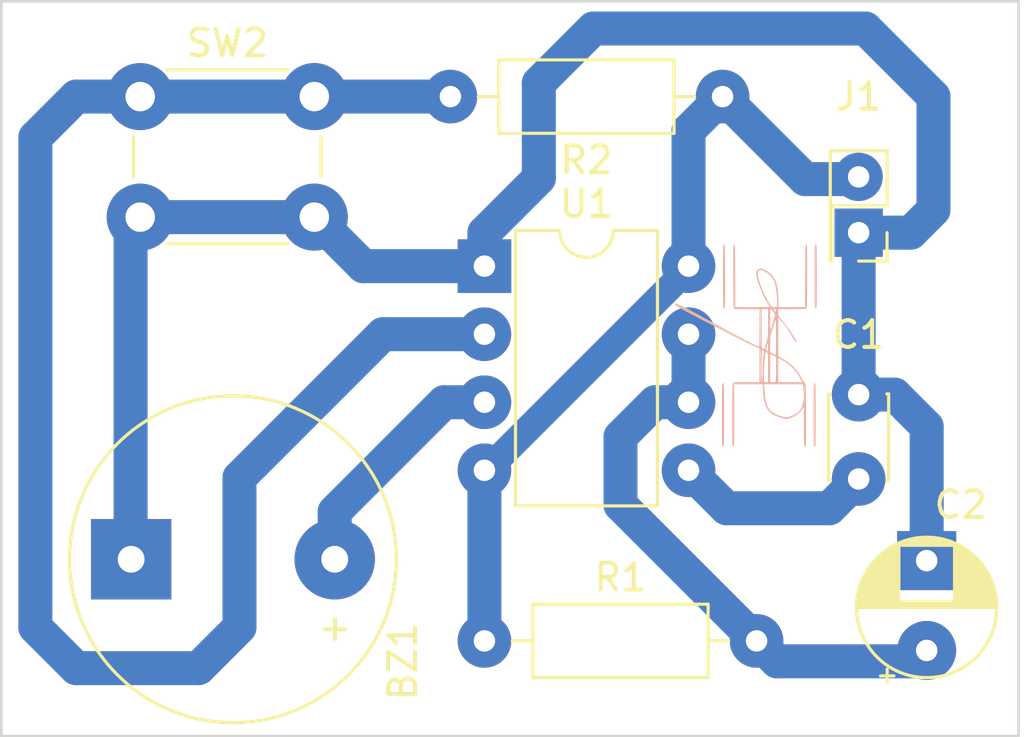
<source format=kicad_pcb>
(kicad_pcb (version 20221018) (generator pcbnew)
  (title_block (title "Acionamento de buzzer 555") (date "2023-12-27") (rev "1.0") (company "IFSP-GRU") (comment 2 "Israel R. Dutra"))
  (layers (0 "F.Cu" signal) (31 "B.Cu" signal) (34 "B.Paste" user) (35 "F.Paste" user) (36 "B.SilkS" user "B.Silkscreen") (37 "F.SilkS" user "F.Silkscreen") (38 "B.Mask" user) (39 "F.Mask" user) (44 "Edge.Cuts" user))
  (net 0 "")
  (net 1 "/3")
  (net 2 "Earth")
  (net 3 "Net-(U1-CV)")
  (net 4 "Net-(U1-DIS)")
  (net 5 "+9V")
  (net 6 "Net-(U1-TR)")
  (footprint "Resistor_THT:R_Axial_DIN0207_L6.3mm_D2.5mm_P10.16mm_Horizontal" (layer "F.Cu") (at 139.7 91.44)
    (fp_text reference "R1" (at 5.08 -2.37) (layer "F.SilkS"))
    (fp_text value "2.2M")
    (fp_line (start 1.04 0) (end 1.81 0) (stroke (width 0.12)) (layer "F.SilkS"))
    (fp_line (start 1.81 -1.37) (end 1.81 1.37) (stroke (width 0.12)) (layer "F.SilkS"))
    (fp_line (start 1.81 1.37) (end 8.35 1.37) (stroke (width 0.12)) (layer "F.SilkS"))
    (fp_line (start 8.35 -1.37) (end 1.81 -1.37) (stroke (width 0.12)) (layer "F.SilkS"))
    (fp_line (start 8.35 1.37) (end 8.35 -1.37) (stroke (width 0.12)) (layer "F.SilkS"))
    (fp_line (start 9.12 0) (end 8.35 0) (stroke (width 0.12)) (layer "F.SilkS"))
    (pad "1" thru_hole circle (at 0 0) (size 2 2) (drill 0.8) (layers "*.Cu" "*.Mask") (net 5 "+9V"))
    (pad "2" thru_hole circle (at 10.16 0) (size 2 2) (drill 0.8) (layers "*.Cu" "*.Mask") (net 4 "Net-(U1-DIS)"))
  )
  (footprint "Connector_PinSocket_2.00mm:PinSocket_2x01_P2.00mm_Vertical" (layer "F.Cu") (at 153.67 76.2 -90)
    (fp_text reference "J1" (at -5.08 0 -180) (layer "F.SilkS"))
    (fp_text value "Conn_01x02")
    (fp_line (start -3.06 -1.06) (end -3.06 1.06) (stroke (width 0.12)) (layer "F.SilkS"))
    (fp_line (start -3.06 -1.06) (end -1 -1.06) (stroke (width 0.12)) (layer "F.SilkS"))
    (fp_line (start -3.06 1.06) (end 1.06 1.06) (stroke (width 0.12)) (layer "F.SilkS"))
    (fp_line (start -1 -1.06) (end -1 1) (stroke (width 0.12)) (layer "F.SilkS"))
    (fp_line (start -1 1) (end 1.06 1) (stroke (width 0.12)) (layer "F.SilkS"))
    (fp_line (start 0 -1.06) (end 1.06 -1.06) (stroke (width 0.12)) (layer "F.SilkS"))
    (fp_line (start 1.06 -1.06) (end 1.06 0) (stroke (width 0.12)) (layer "F.SilkS"))
    (fp_line (start 1.06 1) (end 1.06 1.06) (stroke (width 0.12)) (layer "F.SilkS"))
    (pad "1" thru_hole rect (at 0 0 270) (size 1.8 1.8) (drill 0.8) (layers "*.Cu" "*.Mask") (net 2 "Earth"))
    (pad "2" thru_hole circle (at -2.0828 0 270) (size 1.8 1.8) (drill 0.8) (layers "*.Cu" "*.Mask") (net 5 "+9V"))
  )
  (footprint "Capacitor_THT:CP_Radial_D5.0mm_P2.50mm" (layer "F.Cu") (at 156.21 91.44 90)
    (fp_text reference "C2" (at 5.08 1.27 180) (layer "F.SilkS"))
    (fp_text value "4.7uF")
    (fp_line (start -1.554775 -1.475) (end -1.054775 -1.475) (stroke (width 0.12)) (layer "F.SilkS"))
    (fp_line (start -1.304775 -1.725) (end -1.304775 -1.225) (stroke (width 0.12)) (layer "F.SilkS"))
    (fp_line (start 1.25 -2.58) (end 1.25 2.58) (stroke (width 0.12)) (layer "F.SilkS"))
    (fp_line (start 1.29 -2.58) (end 1.29 2.58) (stroke (width 0.12)) (layer "F.SilkS"))
    (fp_line (start 1.33 -2.579) (end 1.33 2.579) (stroke (width 0.12)) (layer "F.SilkS"))
    (fp_line (start 1.37 -2.578) (end 1.37 2.578) (stroke (width 0.12)) (layer "F.SilkS"))
    (fp_line (start 1.41 -2.576) (end 1.41 2.576) (stroke (width 0.12)) (layer "F.SilkS"))
    (fp_line (start 1.45 -2.573) (end 1.45 2.573) (stroke (width 0.12)) (layer "F.SilkS"))
    (fp_line (start 1.49 -2.569) (end 1.49 -1.04) (stroke (width 0.12)) (layer "F.SilkS"))
    (fp_line (start 1.49 1.04) (end 1.49 2.569) (stroke (width 0.12)) (layer "F.SilkS"))
    (fp_line (start 1.53 -2.565) (end 1.53 -1.04) (stroke (width 0.12)) (layer "F.SilkS"))
    (fp_line (start 1.53 1.04) (end 1.53 2.565) (stroke (width 0.12)) (layer "F.SilkS"))
    (fp_line (start 1.57 -2.561) (end 1.57 -1.04) (stroke (width 0.12)) (layer "F.SilkS"))
    (fp_line (start 1.57 1.04) (end 1.57 2.561) (stroke (width 0.12)) (layer "F.SilkS"))
    (fp_line (start 1.61 -2.556) (end 1.61 -1.04) (stroke (width 0.12)) (layer "F.SilkS"))
    (fp_line (start 1.61 1.04) (end 1.61 2.556) (stroke (width 0.12)) (layer "F.SilkS"))
    (fp_line (start 1.65 -2.55) (end 1.65 -1.04) (stroke (width 0.12)) (layer "F.SilkS"))
    (fp_line (start 1.65 1.04) (end 1.65 2.55) (stroke (width 0.12)) (layer "F.SilkS"))
    (fp_line (start 1.69 -2.543) (end 1.69 -1.04) (stroke (width 0.12)) (layer "F.SilkS"))
    (fp_line (start 1.69 1.04) (end 1.69 2.543) (stroke (width 0.12)) (layer "F.SilkS"))
    (fp_line (start 1.73 -2.536) (end 1.73 -1.04) (stroke (width 0.12)) (layer "F.SilkS"))
    (fp_line (start 1.73 1.04) (end 1.73 2.536) (stroke (width 0.12)) (layer "F.SilkS"))
    (fp_line (start 1.77 -2.528) (end 1.77 -1.04) (stroke (width 0.12)) (layer "F.SilkS"))
    (fp_line (start 1.77 1.04) (end 1.77 2.528) (stroke (width 0.12)) (layer "F.SilkS"))
    (fp_line (start 1.81 -2.52) (end 1.81 -1.04) (stroke (width 0.12)) (layer "F.SilkS"))
    (fp_line (start 1.81 1.04) (end 1.81 2.52) (stroke (width 0.12)) (layer "F.SilkS"))
    (fp_line (start 1.85 -2.511) (end 1.85 -1.04) (stroke (width 0.12)) (layer "F.SilkS"))
    (fp_line (start 1.85 1.04) (end 1.85 2.511) (stroke (width 0.12)) (layer "F.SilkS"))
    (fp_line (start 1.89 -2.501) (end 1.89 -1.04) (stroke (width 0.12)) (layer "F.SilkS"))
    (fp_line (start 1.89 1.04) (end 1.89 2.501) (stroke (width 0.12)) (layer "F.SilkS"))
    (fp_line (start 1.93 -2.491) (end 1.93 -1.04) (stroke (width 0.12)) (layer "F.SilkS"))
    (fp_line (start 1.93 1.04) (end 1.93 2.491) (stroke (width 0.12)) (layer "F.SilkS"))
    (fp_line (start 1.971 -2.48) (end 1.971 -1.04) (stroke (width 0.12)) (layer "F.SilkS"))
    (fp_line (start 1.971 1.04) (end 1.971 2.48) (stroke (width 0.12)) (layer "F.SilkS"))
    (fp_line (start 2.011 -2.468) (end 2.011 -1.04) (stroke (width 0.12)) (layer "F.SilkS"))
    (fp_line (start 2.011 1.04) (end 2.011 2.468) (stroke (width 0.12)) (layer "F.SilkS"))
    (fp_line (start 2.051 -2.455) (end 2.051 -1.04) (stroke (width 0.12)) (layer "F.SilkS"))
    (fp_line (start 2.051 1.04) (end 2.051 2.455) (stroke (width 0.12)) (layer "F.SilkS"))
    (fp_line (start 2.091 -2.442) (end 2.091 -1.04) (stroke (width 0.12)) (layer "F.SilkS"))
    (fp_line (start 2.091 1.04) (end 2.091 2.442) (stroke (width 0.12)) (layer "F.SilkS"))
    (fp_line (start 2.131 -2.428) (end 2.131 -1.04) (stroke (width 0.12)) (layer "F.SilkS"))
    (fp_line (start 2.131 1.04) (end 2.131 2.428) (stroke (width 0.12)) (layer "F.SilkS"))
    (fp_line (start 2.171 -2.414) (end 2.171 -1.04) (stroke (width 0.12)) (layer "F.SilkS"))
    (fp_line (start 2.171 1.04) (end 2.171 2.414) (stroke (width 0.12)) (layer "F.SilkS"))
    (fp_line (start 2.211 -2.398) (end 2.211 -1.04) (stroke (width 0.12)) (layer "F.SilkS"))
    (fp_line (start 2.211 1.04) (end 2.211 2.398) (stroke (width 0.12)) (layer "F.SilkS"))
    (fp_line (start 2.251 -2.382) (end 2.251 -1.04) (stroke (width 0.12)) (layer "F.SilkS"))
    (fp_line (start 2.251 1.04) (end 2.251 2.382) (stroke (width 0.12)) (layer "F.SilkS"))
    (fp_line (start 2.291 -2.365) (end 2.291 -1.04) (stroke (width 0.12)) (layer "F.SilkS"))
    (fp_line (start 2.291 1.04) (end 2.291 2.365) (stroke (width 0.12)) (layer "F.SilkS"))
    (fp_line (start 2.331 -2.348) (end 2.331 -1.04) (stroke (width 0.12)) (layer "F.SilkS"))
    (fp_line (start 2.331 1.04) (end 2.331 2.348) (stroke (width 0.12)) (layer "F.SilkS"))
    (fp_line (start 2.371 -2.329) (end 2.371 -1.04) (stroke (width 0.12)) (layer "F.SilkS"))
    (fp_line (start 2.371 1.04) (end 2.371 2.329) (stroke (width 0.12)) (layer "F.SilkS"))
    (fp_line (start 2.411 -2.31) (end 2.411 -1.04) (stroke (width 0.12)) (layer "F.SilkS"))
    (fp_line (start 2.411 1.04) (end 2.411 2.31) (stroke (width 0.12)) (layer "F.SilkS"))
    (fp_line (start 2.451 -2.29) (end 2.451 -1.04) (stroke (width 0.12)) (layer "F.SilkS"))
    (fp_line (start 2.451 1.04) (end 2.451 2.29) (stroke (width 0.12)) (layer "F.SilkS"))
    (fp_line (start 2.491 -2.268) (end 2.491 -1.04) (stroke (width 0.12)) (layer "F.SilkS"))
    (fp_line (start 2.491 1.04) (end 2.491 2.268) (stroke (width 0.12)) (layer "F.SilkS"))
    (fp_line (start 2.531 -2.247) (end 2.531 -1.04) (stroke (width 0.12)) (layer "F.SilkS"))
    (fp_line (start 2.531 1.04) (end 2.531 2.247) (stroke (width 0.12)) (layer "F.SilkS"))
    (fp_line (start 2.571 -2.224) (end 2.571 -1.04) (stroke (width 0.12)) (layer "F.SilkS"))
    (fp_line (start 2.571 1.04) (end 2.571 2.224) (stroke (width 0.12)) (layer "F.SilkS"))
    (fp_line (start 2.611 -2.2) (end 2.611 -1.04) (stroke (width 0.12)) (layer "F.SilkS"))
    (fp_line (start 2.611 1.04) (end 2.611 2.2) (stroke (width 0.12)) (layer "F.SilkS"))
    (fp_line (start 2.651 -2.175) (end 2.651 -1.04) (stroke (width 0.12)) (layer "F.SilkS"))
    (fp_line (start 2.651 1.04) (end 2.651 2.175) (stroke (width 0.12)) (layer "F.SilkS"))
    (fp_line (start 2.691 -2.149) (end 2.691 -1.04) (stroke (width 0.12)) (layer "F.SilkS"))
    (fp_line (start 2.691 1.04) (end 2.691 2.149) (stroke (width 0.12)) (layer "F.SilkS"))
    (fp_line (start 2.731 -2.122) (end 2.731 -1.04) (stroke (width 0.12)) (layer "F.SilkS"))
    (fp_line (start 2.731 1.04) (end 2.731 2.122) (stroke (width 0.12)) (layer "F.SilkS"))
    (fp_line (start 2.771 -2.095) (end 2.771 -1.04) (stroke (width 0.12)) (layer "F.SilkS"))
    (fp_line (start 2.771 1.04) (end 2.771 2.095) (stroke (width 0.12)) (layer "F.SilkS"))
    (fp_line (start 2.811 -2.065) (end 2.811 -1.04) (stroke (width 0.12)) (layer "F.SilkS"))
    (fp_line (start 2.811 1.04) (end 2.811 2.065) (stroke (width 0.12)) (layer "F.SilkS"))
    (fp_line (start 2.851 -2.035) (end 2.851 -1.04) (stroke (width 0.12)) (layer "F.SilkS"))
    (fp_line (start 2.851 1.04) (end 2.851 2.035) (stroke (width 0.12)) (layer "F.SilkS"))
    (fp_line (start 2.891 -2.004) (end 2.891 -1.04) (stroke (width 0.12)) (layer "F.SilkS"))
    (fp_line (start 2.891 1.04) (end 2.891 2.004) (stroke (width 0.12)) (layer "F.SilkS"))
    (fp_line (start 2.931 -1.971) (end 2.931 -1.04) (stroke (width 0.12)) (layer "F.SilkS"))
    (fp_line (start 2.931 1.04) (end 2.931 1.971) (stroke (width 0.12)) (layer "F.SilkS"))
    (fp_line (start 2.971 -1.937) (end 2.971 -1.04) (stroke (width 0.12)) (layer "F.SilkS"))
    (fp_line (start 2.971 1.04) (end 2.971 1.937) (stroke (width 0.12)) (layer "F.SilkS"))
    (fp_line (start 3.011 -1.901) (end 3.011 -1.04) (stroke (width 0.12)) (layer "F.SilkS"))
    (fp_line (start 3.011 1.04) (end 3.011 1.901) (stroke (width 0.12)) (layer "F.SilkS"))
    (fp_line (start 3.051 -1.864) (end 3.051 -1.04) (stroke (width 0.12)) (layer "F.SilkS"))
    (fp_line (start 3.051 1.04) (end 3.051 1.864) (stroke (width 0.12)) (layer "F.SilkS"))
    (fp_line (start 3.091 -1.826) (end 3.091 -1.04) (stroke (width 0.12)) (layer "F.SilkS"))
    (fp_line (start 3.091 1.04) (end 3.091 1.826) (stroke (width 0.12)) (layer "F.SilkS"))
    (fp_line (start 3.131 -1.785) (end 3.131 -1.04) (stroke (width 0.12)) (layer "F.SilkS"))
    (fp_line (start 3.131 1.04) (end 3.131 1.785) (stroke (width 0.12)) (layer "F.SilkS"))
    (fp_line (start 3.171 -1.743) (end 3.171 -1.04) (stroke (width 0.12)) (layer "F.SilkS"))
    (fp_line (start 3.171 1.04) (end 3.171 1.743) (stroke (width 0.12)) (layer "F.SilkS"))
    (fp_line (start 3.211 -1.699) (end 3.211 -1.04) (stroke (width 0.12)) (layer "F.SilkS"))
    (fp_line (start 3.211 1.04) (end 3.211 1.699) (stroke (width 0.12)) (layer "F.SilkS"))
    (fp_line (start 3.251 -1.653) (end 3.251 -1.04) (stroke (width 0.12)) (layer "F.SilkS"))
    (fp_line (start 3.251 1.04) (end 3.251 1.653) (stroke (width 0.12)) (layer "F.SilkS"))
    (fp_line (start 3.291 -1.605) (end 3.291 -1.04) (stroke (width 0.12)) (layer "F.SilkS"))
    (fp_line (start 3.291 1.04) (end 3.291 1.605) (stroke (width 0.12)) (layer "F.SilkS"))
    (fp_line (start 3.331 -1.554) (end 3.331 -1.04) (stroke (width 0.12)) (layer "F.SilkS"))
    (fp_line (start 3.331 1.04) (end 3.331 1.554) (stroke (width 0.12)) (layer "F.SilkS"))
    (fp_line (start 3.371 -1.5) (end 3.371 -1.04) (stroke (width 0.12)) (layer "F.SilkS"))
    (fp_line (start 3.371 1.04) (end 3.371 1.5) (stroke (width 0.12)) (layer "F.SilkS"))
    (fp_line (start 3.411 -1.443) (end 3.411 -1.04) (stroke (width 0.12)) (layer "F.SilkS"))
    (fp_line (start 3.411 1.04) (end 3.411 1.443) (stroke (width 0.12)) (layer "F.SilkS"))
    (fp_line (start 3.451 -1.383) (end 3.451 -1.04) (stroke (width 0.12)) (layer "F.SilkS"))
    (fp_line (start 3.451 1.04) (end 3.451 1.383) (stroke (width 0.12)) (layer "F.SilkS"))
    (fp_line (start 3.491 -1.319) (end 3.491 -1.04) (stroke (width 0.12)) (layer "F.SilkS"))
    (fp_line (start 3.491 1.04) (end 3.491 1.319) (stroke (width 0.12)) (layer "F.SilkS"))
    (fp_line (start 3.531 -1.251) (end 3.531 -1.04) (stroke (width 0.12)) (layer "F.SilkS"))
    (fp_line (start 3.531 1.04) (end 3.531 1.251) (stroke (width 0.12)) (layer "F.SilkS"))
    (fp_line (start 3.571 -1.178) (end 3.571 1.178) (stroke (width 0.12)) (layer "F.SilkS"))
    (fp_line (start 3.611 -1.098) (end 3.611 1.098) (stroke (width 0.12)) (layer "F.SilkS"))
    (fp_line (start 3.651 -1.011) (end 3.651 1.011) (stroke (width 0.12)) (layer "F.SilkS"))
    (fp_line (start 3.691 -0.915) (end 3.691 0.915) (stroke (width 0.12)) (layer "F.SilkS"))
    (fp_line (start 3.731 -0.805) (end 3.731 0.805) (stroke (width 0.12)) (layer "F.SilkS"))
    (fp_line (start 3.771 -0.677) (end 3.771 0.677) (stroke (width 0.12)) (layer "F.SilkS"))
    (fp_line (start 3.811 -0.518) (end 3.811 0.518) (stroke (width 0.12)) (layer "F.SilkS"))
    (fp_line (start 3.851 -0.284) (end 3.851 0.284) (stroke (width 0.12)) (layer "F.SilkS"))
    (fp_circle (center 1.25 0) (end 3.87 0) (stroke (width 0.12)) (fill none) (layer "F.SilkS"))
    (pad "1" thru_hole circle (at -0.3556 0 90) (size 2.2 2.2) (drill 0.8) (layers "*.Cu" "*.Mask") (net 4 "Net-(U1-DIS)"))
    (pad "2" thru_hole rect (at 2.9972 0 90) (size 2.2 2.2) (drill 0.8) (layers "*.Cu" "*.Mask") (net 2 "Earth"))
  )
  (footprint "Resistor_THT:R_Axial_DIN0207_L6.3mm_D2.5mm_P10.16mm_Horizontal" (layer "F.Cu") (at 148.59 71.12 180)
    (fp_text reference "R2" (at 5.08 -2.37) (layer "F.SilkS"))
    (fp_text value "10K")
    (fp_line (start 1.04 0) (end 1.81 0) (stroke (width 0.12)) (layer "F.SilkS"))
    (fp_line (start 1.81 -1.37) (end 1.81 1.37) (stroke (width 0.12)) (layer "F.SilkS"))
    (fp_line (start 1.81 1.37) (end 8.35 1.37) (stroke (width 0.12)) (layer "F.SilkS"))
    (fp_line (start 8.35 -1.37) (end 1.81 -1.37) (stroke (width 0.12)) (layer "F.SilkS"))
    (fp_line (start 8.35 1.37) (end 8.35 -1.37) (stroke (width 0.12)) (layer "F.SilkS"))
    (fp_line (start 9.12 0) (end 8.35 0) (stroke (width 0.12)) (layer "F.SilkS"))
    (pad "1" thru_hole circle (at 0 0 180) (size 2 2) (drill 0.8) (layers "*.Cu" "*.Mask") (net 5 "+9V"))
    (pad "2" thru_hole circle (at 10.16 0 180) (size 2 2) (drill 0.8) (layers "*.Cu" "*.Mask") (net 6 "Net-(U1-TR)"))
  )
  (footprint "Button_Switch_THT:SW_PUSH_6mm" (layer "F.Cu") (at 126.85 71.12)
    (fp_text reference "SW2" (at 3.25 -2) (layer "F.SilkS"))
    (fp_text value "SW_Push")
    (fp_line (start -0.25 1.5) (end -0.25 3) (stroke (width 0.12)) (layer "F.SilkS"))
    (fp_line (start 1 5.5) (end 5.5 5.5) (stroke (width 0.12)) (layer "F.SilkS"))
    (fp_line (start 5.5 -1) (end 1 -1) (stroke (width 0.12)) (layer "F.SilkS"))
    (fp_line (start 6.75 3) (end 6.75 1.5) (stroke (width 0.12)) (layer "F.SilkS"))
    (pad "1" thru_hole circle (at 0 0 90) (size 2.5 2.5) (drill 1.1) (layers "*.Cu" "*.Mask") (net 6 "Net-(U1-TR)"))
    (pad "1" thru_hole circle (at 6.5 0 90) (size 2.5 2.5) (drill 1.1) (layers "*.Cu" "*.Mask") (net 6 "Net-(U1-TR)"))
    (pad "2" thru_hole circle (at 0 4.5 90) (size 2.5 2.5) (drill 1.1) (layers "*.Cu" "*.Mask") (net 2 "Earth"))
    (pad "2" thru_hole circle (at 6.5 4.5 90) (size 2.5 2.5) (drill 1.1) (layers "*.Cu" "*.Mask") (net 2 "Earth"))
  )
  (footprint "Capacitor_THT:C_Disc_D3.0mm_W2.0mm_P2.50mm" (layer "F.Cu") (at 153.67 85.09 90)
    (fp_text reference "C1" (at 5.08 0 180) (layer "F.SilkS"))
    (fp_text value "10pF")
    (fp_line (start -0.37 -1.12) (end -0.37 -1.055) (stroke (width 0.12)) (layer "F.SilkS"))
    (fp_line (start -0.37 -1.12) (end 2.87 -1.12) (stroke (width 0.12)) (layer "F.SilkS"))
    (fp_line (start -0.37 1.055) (end -0.37 1.12) (stroke (width 0.12)) (layer "F.SilkS"))
    (fp_line (start -0.37 1.12) (end 2.87 1.12) (stroke (width 0.12)) (layer "F.SilkS"))
    (fp_line (start 2.87 -1.12) (end 2.87 -1.055) (stroke (width 0.12)) (layer "F.SilkS"))
    (fp_line (start 2.87 1.055) (end 2.87 1.12) (stroke (width 0.12)) (layer "F.SilkS"))
    (pad "1" thru_hole circle (at -0.3048 0 90) (size 2 2) (drill 0.8) (layers "*.Cu" "*.Mask") (net 3 "Net-(U1-CV)"))
    (pad "2" thru_hole circle (at 2.8448 0 90) (size 2 2) (drill 0.8) (layers "*.Cu" "*.Mask") (net 2 "Earth"))
  )
  (footprint "Package_DIP:DIP-8_W7.62mm" (layer "F.Cu") (at 139.7 77.45)
    (fp_text reference "U1" (at 3.81 -2.33) (layer "F.SilkS"))
    (fp_text value "NA555P")
    (fp_line (start 1.16 -1.33) (end 1.16 8.95) (stroke (width 0.12)) (layer "F.SilkS"))
    (fp_line (start 1.16 8.95) (end 6.46 8.95) (stroke (width 0.12)) (layer "F.SilkS"))
    (fp_line (start 2.81 -1.33) (end 1.16 -1.33) (stroke (width 0.12)) (layer "F.SilkS"))
    (fp_line (start 6.46 -1.33) (end 4.81 -1.33) (stroke (width 0.12)) (layer "F.SilkS"))
    (fp_line (start 6.46 8.95) (end 6.46 -1.33) (stroke (width 0.12)) (layer "F.SilkS"))
    (fp_arc (start 4.81 -1.33) (mid 3.81 -0.33) (end 2.81 -1.33) (stroke (width 0.12)) (layer "F.SilkS"))
    (pad "1" thru_hole rect (at 0 0) (size 2 2) (drill 0.8) (layers "*.Cu" "*.Mask") (net 2 "Earth"))
    (pad "2" thru_hole oval (at 0 2.54) (size 2 2) (drill 0.8) (layers "*.Cu" "*.Mask") (net 6 "Net-(U1-TR)"))
    (pad "3" thru_hole oval (at 0 5.08) (size 2 2) (drill 0.8) (layers "*.Cu" "*.Mask") (net 1 "/3"))
    (pad "4" thru_hole oval (at 0 7.62) (size 2 2) (drill 0.8) (layers "*.Cu" "*.Mask") (net 5 "+9V"))
    (pad "5" thru_hole oval (at 7.62 7.62) (size 2 2) (drill 0.8) (layers "*.Cu" "*.Mask") (net 3 "Net-(U1-CV)"))
    (pad "6" thru_hole oval (at 7.62 5.08) (size 2 2) (drill 0.8) (layers "*.Cu" "*.Mask") (net 4 "Net-(U1-DIS)"))
    (pad "7" thru_hole oval (at 7.62 2.54) (size 2 2) (drill 0.8) (layers "*.Cu" "*.Mask") (net 4 "Net-(U1-DIS)"))
    (pad "8" thru_hole oval (at 7.62 0) (size 2 2) (drill 0.8) (layers "*.Cu" "*.Mask") (net 5 "+9V"))
  )
  (footprint "Buzzer_Beeper:Buzzer_12x9.5RM7.6" (layer "F.Cu") (at 134.112 88.392 180)
    (fp_text reference "BZ1" (at -2.54 -3.81 90) (layer "F.SilkS"))
    (fp_text value "Buzzer")
    (fp_text user "+" (at -0.01 -2.54) (layer "F.SilkS"))
    (fp_circle (center 3.8 0) (end 9.9 0) (stroke (width 0.12)) (fill none) (layer "F.SilkS"))
    (pad "1" thru_hole circle (at 0 0 180) (size 3 3) (drill 1) (layers "*.Cu" "*.Mask") (net 1 "/3"))
    (pad "2" thru_hole rect (at 7.6 0 180) (size 3 3) (drill 1) (layers "*.Cu" "*.Mask") (net 2 "Earth"))
  )
  (footprint "LOGO" (layer "B.Cu") (at 150.368 80.899 180)
    (fp_text reference "G***" hide)
    (fp_text value "LOGO" hide)
    (fp_poly (pts (xy 1.732294 4.255826) (xy 1.738501 4.249721) (xy 1.743708 4.234922) (xy 1.748002 4.208474) (xy 1.751471 4.167421) (xy 1.754203 4.108806) (xy 1.756283 4.029674) (xy 1.7578 3.927069) (xy 1.758842 3.798034) (xy 1.759495 3.639614) (xy 1.759846 3.448852) (xy 1.759983 3.222793) (xy 1.76 3.071467) (xy 1.759976 2.823583) (xy 1.759838 2.612707) (xy 1.759485 2.435848) (xy 1.758815 2.290014) (xy 1.757729 2.172213) (xy 1.756125 2.079454) (xy 1.753902 2.008746) (xy 1.75096 1.957096) (xy 1.747198 1.921513) (xy 1.742515 1.899005) (xy 1.73681 1.886581) (xy 1.729982 1.88125) (xy 1.72193 1.880018) (xy 1.719841 1.88) (xy 1.711467 1.880673) (xy 1.704362 1.884692) (xy 1.698437 1.895056) (xy 1.693604 1.914767) (xy 1.689773 1.946824) (xy 1.686856 1.994228) (xy 1.684765 2.059978) (xy 1.683412 2.147075) (xy 1.682706 2.258519) (xy 1.68256 2.397311) (xy 1.682885 2.56645) (xy 1.683592 2.768937) (xy 1.684593 3.007772) (xy 1.684841 3.064729) (xy 1.685977 3.312503) (xy 1.687125 3.523275) (xy 1.688386 3.700041) (xy 1.689862 3.845797) (xy 1.691652 3.963542) (xy 1.693858 4.056272) (xy 1.696582 4.126984) (xy 1.699924 4.178675) (xy 1.703985 4.214341) (xy 1.708865 4.236981) (xy 1.714668 4.24959) (xy 1.721492 4.255167) (xy 1.725 4.256195)) (fill solid) (layer "B.SilkS"))
    (fp_poly (pts (xy -1.691674 4.259272) (xy -1.684591 4.255092) (xy -1.678651 4.244467) (xy -1.673754 4.224404) (xy -1.669799 4.191909) (xy -1.666686 4.143988) (xy -1.664313 4.077649) (xy -1.662581 3.989898) (xy -1.661388 3.877742) (xy -1.660634 3.738188) (xy -1.660219 3.568242) (xy -1.660041 3.36491) (xy -1.660001 3.1252) (xy -1.66 3.07) (xy -1.660025 2.822277) (xy -1.660165 2.61156) (xy -1.660523 2.434856) (xy -1.661197 2.289172) (xy -1.662289 2.171515) (xy -1.6639 2.078891) (xy -1.66613 2.008307) (xy -1.66908 1.956769) (xy -1.67285 1.921285) (xy -1.67754 1.898861) (xy -1.683253 1.886504) (xy -1.690088 1.881219) (xy -1.698145 1.880015) (xy -1.7 1.88) (xy -1.708327 1.880729) (xy -1.71541 1.884909) (xy -1.72135 1.895534) (xy -1.726247 1.915597) (xy -1.730202 1.948092) (xy -1.733315 1.996013) (xy -1.735688 2.062352) (xy -1.73742 2.150103) (xy -1.738613 2.262259) (xy -1.739367 2.401813) (xy -1.739782 2.571759) (xy -1.73996 2.775091) (xy -1.74 3.014801) (xy -1.74 3.07) (xy -1.739976 3.317724) (xy -1.739836 3.528441) (xy -1.739478 3.705145) (xy -1.738804 3.850829) (xy -1.737712 3.968486) (xy -1.736101 4.06111) (xy -1.733871 4.131694) (xy -1.730921 4.183232) (xy -1.727151 4.218716) (xy -1.722461 4.24114) (xy -1.716748 4.253497) (xy -1.709913 4.258782) (xy -1.701856 4.259986) (xy -1.7 4.26)) (fill solid) (layer "B.SilkS"))
    (fp_poly (pts (xy -1.651641 -0.920732) (xy -1.644536 -0.924932) (xy -1.638583 -0.935607) (xy -1.63368 -0.955763) (xy -1.629725 -0.988405) (xy -1.626617 -1.036539) (xy -1.624253 -1.103171) (xy -1.622532 -1.191308) (xy -1.621352 -1.303955) (xy -1.620611 -1.444118) (xy -1.620206 -1.614804) (xy -1.620037 -1.819018) (xy -1.620001 -2.059766) (xy -1.62 -2.1) (xy -1.620025 -2.346601) (xy -1.620168 -2.556208) (xy -1.62053 -2.731827) (xy -1.621213 -2.876464) (xy -1.622319 -2.993125) (xy -1.623951 -3.084815) (xy -1.62621 -3.154542) (xy -1.629197 -3.205311) (xy -1.633016 -3.240127) (xy -1.637767 -3.261998) (xy -1.643553 -3.273928) (xy -1.650476 -3.278924) (xy -1.658637 -3.279992) (xy -1.66 -3.28) (xy -1.66836 -3.279267) (xy -1.675465 -3.275067) (xy -1.681418 -3.264392) (xy -1.686321 -3.244236) (xy -1.690276 -3.211594) (xy -1.693384 -3.16346) (xy -1.695748 -3.096828) (xy -1.697469 -3.008691) (xy -1.698649 -2.896044) (xy -1.69939 -2.755881) (xy -1.699795 -2.585195) (xy -1.699964 -2.380981) (xy -1.7 -2.140233) (xy -1.7 -2.1) (xy -1.699976 -1.853398) (xy -1.699833 -1.643791) (xy -1.699471 -1.468172) (xy -1.698788 -1.323535) (xy -1.697682 -1.206874) (xy -1.69605 -1.115184) (xy -1.693791 -1.045457) (xy -1.690804 -0.994688) (xy -1.686985 -0.959872) (xy -1.682234 -0.938001) (xy -1.676448 -0.926071) (xy -1.669525 -0.921075) (xy -1.661364 -0.920007) (xy -1.66 -0.92)) (fill solid) (layer "B.SilkS"))
    (fp_poly (pts (xy 1.768359 -0.920732) (xy 1.775464 -0.924932) (xy 1.781417 -0.935607) (xy 1.78632 -0.955763) (xy 1.790275 -0.988405) (xy 1.793383 -1.036539) (xy 1.795747 -1.103171) (xy 1.797468 -1.191308) (xy 1.798648 -1.303955) (xy 1.799389 -1.444118) (xy 1.799794 -1.614804) (xy 1.799963 -1.819018) (xy 1.799999 -2.059766) (xy 1.8 -2.1) (xy 1.799975 -2.346601) (xy 1.799832 -2.556208) (xy 1.79947 -2.731827) (xy 1.798787 -2.876464) (xy 1.797681 -2.993125) (xy 1.796049 -3.084815) (xy 1.79379 -3.154542) (xy 1.790803 -3.205311) (xy 1.786984 -3.240127) (xy 1.782233 -3.261998) (xy 1.776447 -3.273928) (xy 1.769524 -3.278924) (xy 1.761363 -3.279992) (xy 1.76 -3.28) (xy 1.75164 -3.279267) (xy 1.744535 -3.275067) (xy 1.738582 -3.264392) (xy 1.733679 -3.244236) (xy 1.729724 -3.211594) (xy 1.726616 -3.16346) (xy 1.724252 -3.096828) (xy 1.722531 -3.008691) (xy 1.721351 -2.896044) (xy 1.72061 -2.755881) (xy 1.720205 -2.585195) (xy 1.720036 -2.380981) (xy 1.72 -2.140233) (xy 1.72 -2.1) (xy 1.720024 -1.853398) (xy 1.720167 -1.643791) (xy 1.720529 -1.468172) (xy 1.721212 -1.323535) (xy 1.722318 -1.206874) (xy 1.72395 -1.115184) (xy 1.726209 -1.045457) (xy 1.729196 -0.994688) (xy 1.733015 -0.959872) (xy 1.737766 -0.938001) (xy 1.743552 -0.926071) (xy 1.750475 -0.921075) (xy 1.758636 -0.920007) (xy 1.76 -0.92)) (fill solid) (layer "B.SilkS"))
    (fp_poly (pts (xy -1.345 4.256195) (xy -1.337614 4.252824) (xy -1.331314 4.243761) (xy -1.325996 4.225985) (xy -1.321557 4.196471) (xy -1.317894 4.152199) (xy -1.314901 4.090144) (xy -1.312477 4.007284) (xy -1.310517 3.900597) (xy -1.308917 3.767059) (xy -1.307574 3.603648) (xy -1.306385 3.407342) (xy -1.305246 3.175117) (xy -1.304839 3.084729) (xy -1.299678 1.92) (xy -0.804839 1.92009) (xy -0.31 1.920179) (xy -0.308513 2.066238) (xy -0.262825 2.066238) (xy -0.260153 1.990017) (xy -0.252029 1.942893) (xy -0.246667 1.933334) (xy -0.220048 1.925156) (xy -0.169014 1.92045) (xy -0.146159 1.92) (xy -0.100443 1.921633) (xy -0.068221 1.931347) (xy -0.039839 1.956366) (xy -0.005641 2.003917) (xy 0.020876 2.045) (xy 0.112571 2.200335) (xy 0.201731 2.373156) (xy 0.284148 2.553619) (xy 0.355611 2.731882) (xy 0.41191 2.898101) (xy 0.448834 3.042433) (xy 0.449963 3.048204) (xy 0.46418 3.150697) (xy 0.459831 3.222926) (xy 0.435487 3.270768) (xy 0.38972 3.300103) (xy 0.388681 3.300502) (xy 0.345647 3.308422) (xy 0.295966 3.298609) (xy 0.233445 3.268348) (xy 0.151889 3.214927) (xy 0.09 3.169699) (xy -0.012716 3.084268) (xy -0.086548 2.999935) (xy -0.140368 2.90459) (xy -0.177381 2.80465) (xy -0.196705 2.728032) (xy -0.214618 2.62969) (xy -0.230544 2.516886) (xy -0.243905 2.396879) (xy -0.254123 2.276928) (xy -0.260622 2.164295) (xy -0.262825 2.066238) (xy -0.308513 2.066238) (xy -0.307099 2.20509) (xy -0.296285 2.452513) (xy -0.269032 2.664452) (xy -0.225013 2.842034) (xy -0.163904 2.986385) (xy -0.085376 3.098633) (xy -0.034005 3.147616) (xy 0.091823 3.24458) (xy 0.196746 3.311443) (xy 0.284641 3.349506) (xy 0.359384 3.360065) (xy 0.424851 3.344421) (xy 0.469992 3.316434) (xy 0.497393 3.293054) (xy 0.513028 3.269481) (xy 0.519116 3.235277) (xy 0.517875 3.180001) (xy 0.513096 3.113595) (xy 0.504957 3.039254) (xy 0.490823 2.966987) (xy 0.467937 2.8871) (xy 0.43354 2.789897) (xy 0.387476 2.672162) (xy 0.320009 2.507455) (xy 0.261694 2.373037) (xy 0.208885 2.261298) (xy 0.157936 2.16463) (xy 0.105198 2.075424) (xy 0.089564 2.050669) (xy 0.053772 1.993143) (xy 0.028663 1.949786) (xy 0.02 1.930961) (xy 0.03921 1.928299) (xy 0.093687 1.92587) (xy 0.178695 1.923756) (xy 0.289502 1.922037) (xy 0.421372 1.920795) (xy 0.569572 1.92011) (xy 0.659838 1.92) (xy 1.299677 1.92) (xy 1.304838 3.084729) (xy 1.305985 3.330249) (xy 1.307145 3.538791) (xy 1.308422 3.71338) (xy 1.30992 3.857036) (xy 1.311742 3.972784) (xy 1.313992 4.063645) (xy 1.316773 4.132643) (xy 1.32019 4.1828) (xy 1.324346 4.217138) (xy 1.329344 4.238682) (xy 1.335288 4.250452) (xy 1.342282 4.255473) (xy 1.345 4.256195) (xy 1.352318 4.255828) (xy 1.358542 4.249708) (xy 1.363759 4.234869) (xy 1.368058 4.208344) (xy 1.371527 4.167167) (xy 1.374254 4.108372) (xy 1.376328 4.02899) (xy 1.377837 3.926057) (xy 1.378869 3.796606) (xy 1.379512 3.637669) (xy 1.379855 3.446281) (xy 1.379986 3.219475) (xy 1.38 3.080038) (xy 1.379878 2.827743) (xy 1.379469 2.612556) (xy 1.378703 2.431586) (xy 1.377512 2.281942) (xy 1.375829 2.160733) (xy 1.373585 2.065068) (xy 1.370711 1.992055) (xy 1.36714 1.938804) (xy 1.362804 1.902423) (xy 1.357634 1.880022) (xy 1.351563 1.868708) (xy 1.351428 1.868572) (xy 1.334908 1.859084) (xy 1.303682 1.851852) (xy 1.253131 1.846606) (xy 1.178639 1.843077) (xy 1.075589 1.840996) (xy 0.939363 1.840094) (xy 0.861428 1.840001) (xy 0.4 1.84) (xy 0.4 1.14) (xy 0.400298 0.977172) (xy 0.401145 0.827758) (xy 0.402472 0.696285) (xy 0.404207 0.587279) (xy 0.406282 0.505265) (xy 0.408626 0.45477) (xy 0.41084 0.44) (xy 0.439994 0.449291) (xy 0.500516 0.475878) (xy 0.588692 0.517838) (xy 0.700811 0.573248) (xy 0.833162 0.640183) (xy 0.982031 0.716718) (xy 1.143708 0.80093) (xy 1.31448 0.890895) (xy 1.490634 0.984688) (xy 1.66846 1.080386) (xy 1.844244 1.176064) (xy 2.014276 1.269797) (xy 2.05 1.289664) (xy 2.324954 1.442378) (xy 2.567128 1.575832) (xy 2.778306 1.690897) (xy 2.960273 1.788441) (xy 3.114816 1.869333) (xy 3.243721 1.934441) (xy 3.348772 1.984634) (xy 3.431757 2.020782) (xy 3.494459 2.043751) (xy 3.538666 2.054413) (xy 3.566163 2.053634) (xy 3.578735 2.042284) (xy 3.58 2.034004) (xy 3.5715 2.017511) (xy 3.544322 1.993308) (xy 3.495949 1.9599) (xy 3.423863 1.915793) (xy 3.325545 1.859494) (xy 3.198478 1.78951) (xy 3.040144 1.704346) (xy 2.89 1.624666) (xy 2.746843 1.549478) (xy 2.581931 1.463638) (xy 2.400032 1.36957) (xy 2.205913 1.269696) (xy 2.004342 1.16644) (xy 1.800088 1.062225) (xy 1.597916 0.959474) (xy 1.402597 0.86061) (xy 1.218896 0.768056) (xy 1.051582 0.684236) (xy 0.905423 0.611571) (xy 0.785186 0.552486) (xy 0.69564 0.509404) (xy 0.695091 0.509145) (xy 0.400183 0.37) (xy 0.400091 -0.255) (xy 0.4 -0.88) (xy 0.885999 -0.88) (xy 1.054237 -0.880655) (xy 1.185412 -0.882715) (xy 1.282443 -0.886314) (xy 1.348248 -0.891592) (xy 1.385743 -0.898685) (xy 1.395999 -0.904) (xy 1.401354 -0.919419) (xy 1.405929 -0.955674) (xy 1.409771 -1.015034) (xy 1.412925 -1.09977) (xy 1.415436 -1.212152) (xy 1.417349 -1.35445) (xy 1.418711 -1.528935) (xy 1.419566 -1.737878) (xy 1.41996 -1.983548) (xy 1.42 -2.104) (xy 1.419975 -2.35015) (xy 1.419831 -2.559312) (xy 1.419468 -2.734496) (xy 1.418781 -2.878713) (xy 1.417668 -2.994974) (xy 1.416028 -3.086291) (xy 1.413758 -3.155675) (xy 1.410755 -3.206136) (xy 1.406916 -3.240686) (xy 1.402141 -3.262336) (xy 1.396325 -3.274096) (xy 1.389367 -3.278979) (xy 1.381164 -3.279994) (xy 1.38 -3.28) (xy 1.371574 -3.279259) (xy 1.364423 -3.275016) (xy 1.358443 -3.264239) (xy 1.353528 -3.243896) (xy 1.349574 -3.210955) (xy 1.346477 -3.162385) (xy 1.344132 -3.095154) (xy 1.342434 -3.00623) (xy 1.341279 -2.892581) (xy 1.340563 -2.751176) (xy 1.340181 -2.578982) (xy 1.340028 -2.372968) (xy 1.34 -2.130103) (xy 1.34 -2.12) (xy 1.34 -0.96) (xy 0.812573 -0.96) (xy 0.285146 -0.96) (xy 0.271128 -1.185) (xy 0.250416 -1.408944) (xy 0.217545 -1.597653) (xy 0.171058 -1.754433) (xy 0.109497 -1.882592) (xy 0.031403 -1.985435) (xy -0.064682 -2.066271) (xy -0.135669 -2.10767) (xy -0.200638 -2.13666) (xy -0.287386 -2.170328) (xy -0.379257 -2.202282) (xy -0.397426 -2.208108) (xy -0.482732 -2.233713) (xy -0.544358 -2.247341) (xy -0.596289 -2.250485) (xy -0.652512 -2.244635) (xy -0.686166 -2.238881) (xy -0.840941 -2.193235) (xy -0.983554 -2.117406) (xy -1.105977 -2.017012) (xy -1.200182 -1.897671) (xy -1.217581 -1.867061) (xy -1.258233 -1.79) (xy -1.259117 -2.535) (xy -1.259397 -2.727085) (xy -1.259877 -2.882953) (xy -1.260764 -3.006385) (xy -1.262266 -3.101163) (xy -1.264592 -3.17107) (xy -1.267951 -3.219888) (xy -1.27255 -3.251399) (xy -1.278597 -3.269384) (xy -1.286303 -3.277627) (xy -1.295874 -3.279909) (xy -1.300159 -3.28) (xy -1.308532 -3.279327) (xy -1.315636 -3.275309) (xy -1.321561 -3.264946) (xy -1.326394 -3.245237) (xy -1.330225 -3.213184) (xy -1.333142 -3.165787) (xy -1.335233 -3.100044) (xy -1.336588 -3.012957) (xy -1.337294 -2.901526) (xy -1.33744 -2.762751) (xy -1.337116 -2.593632) (xy -1.336409 -2.391169) (xy -1.335408 -2.152362) (xy -1.335159 -2.095) (xy -1.33406 -1.847824) (xy -1.333008 -1.637602) (xy -1.331883 -1.461286) (xy -1.331202 -1.385935) (xy -1.258053 -1.385935) (xy -1.242874 -1.546384) (xy -1.212421 -1.696102) (xy -1.168031 -1.824965) (xy -1.128179 -1.899165) (xy -1.04176 -1.997814) (xy -0.92498 -2.08376) (xy -0.786859 -2.151326) (xy -0.67 -2.187641) (xy -0.596188 -2.191913) (xy -0.495906 -2.175355) (xy -0.366268 -2.137406) (xy -0.310803 -2.11802) (xy -0.178339 -2.060797) (xy -0.069435 -1.991351) (xy 0.018187 -1.905618) (xy 0.086805 -1.799529) (xy 0.138697 -1.669017) (xy 0.176141 -1.510018) (xy 0.201413 -1.318463) (xy 0.211757 -1.185) (xy 0.225693 -0.96) (xy -0.494393 -0.96) (xy -1.214478 -0.96) (xy -1.237239 -1.073335) (xy -1.25662 -1.224877) (xy -1.258053 -1.385935) (xy -1.331202 -1.385935) (xy -1.330569 -1.315831) (xy -1.328947 -1.198189) (xy -1.3269 -1.105315) (xy -1.324311 -1.034162) (xy -1.321061 -0.981683) (xy -1.317032 -0.944832) (xy -1.312108 -0.920563) (xy -1.30617 -0.905829) (xy -1.2991 -0.897583) (xy -1.290781 -0.892779) (xy -1.288657 -0.891832) (xy -1.2761 -0.88) (xy -1.180537 -0.88) (xy -0.740269 -0.88) (xy -0.3 -0.88) (xy -0.3 -0.429486) (xy -0.3 -0.397003) (xy -0.22 -0.397003) (xy -0.21944 -0.528254) (xy -0.217868 -0.645909) (xy -0.215451 -0.744142) (xy -0.212354 -0.817126) (xy -0.208742 -0.859037) (xy -0.206667 -0.866666) (xy -0.18035 -0.874486) (xy -0.128564 -0.879284) (xy -0.096667 -0.88) (xy 0 -0.88) (xy 0.08 -0.88) (xy 0.148123 -0.88) (xy 0.188346 -0.8779) (xy 0.210303 -0.864865) (xy 0.222134 -0.830787) (xy 0.23027 -0.778035) (xy 0.23545 -0.711766) (xy 0.236982 -0.621204) (xy 0.235313 -0.512694) (xy 0.230887 -0.392586) (xy 0.224151 -0.267228) (xy 0.21555 -0.142968) (xy 0.205529 -0.026153) (xy 0.194535 0.076867) (xy 0.183014 0.159745) (xy 0.17141 0.216133) (xy 0.16017 0.239682) (xy 0.158795 0.24) (xy 0.135933 0.239142) (xy 0.117985 0.233687) (xy 0.104357 0.21932) (xy 0.094454 0.191721) (xy 0.087681 0.146575) (xy 0.083444 0.079562) (xy 0.081148 -0.013633) (xy 0.080198 -0.13733) (xy 0.080001 -0.295844) (xy 0.08 -0.332139) (xy 0.08 -0.88) (xy 0 -0.88) (xy 0 -0.36) (xy -0.000393 -0.220498) (xy -0.001498 -0.095137) (xy -0.003208 0.010834) (xy -0.005415 0.092162) (xy -0.008011 0.143596) (xy -0.010665 0.16) (xy -0.032974 0.151665) (xy -0.079248 0.130179) (xy -0.120665 0.109664) (xy -0.22 0.059327) (xy -0.22 -0.397003) (xy -0.3 -0.397003) (xy -0.3 0.021028) (xy -0.365 -0.0123) (xy -0.57723 -0.138633) (xy -0.766698 -0.286891) (xy -0.929086 -0.452707) (xy -1.060072 -0.631716) (xy -1.149422 -0.805) (xy -1.180537 -0.88) (xy -1.2761 -0.88) (xy -1.261335 -0.866087) (xy -1.222741 -0.811532) (xy -1.177996 -0.735843) (xy -1.152348 -0.687455) (xy -1.025429 -0.482291) (xy -0.864945 -0.297402) (xy -0.672841 -0.134648) (xy -0.451061 0.004108) (xy -0.405 0.027971) (xy -0.3 0.080674) (xy -0.300512 0.663991) (xy -0.218139 0.663991) (xy -0.217728 0.516446) (xy -0.216783 0.38694) (xy -0.215361 0.280048) (xy -0.21352 0.200345) (xy -0.211318 0.152406) (xy -0.209336 0.14) (xy -0.187027 0.148336) (xy -0.140753 0.169822) (xy -0.099336 0.190337) (xy 0 0.240674) (xy 0 0.255289) (xy 0.234869 0.255289) (xy 0.235629 0.214579) (xy 0.243783 0.148515) (xy 0.252651 0.09) (xy 0.262606 0.004578) (xy 0.271189 -0.111027) (xy 0.277878 -0.247007) (xy 0.282148 -0.393554) (xy 0.283348 -0.485) (xy 0.284964 -0.605771) (xy 0.287945 -0.711629) (xy 0.291992 -0.796548) (xy 0.296807 -0.854503) (xy 0.302089 -0.879469) (xy 0.302977 -0.88) (xy 0.307241 -0.860815) (xy 0.311114 -0.806519) (xy 0.314458 -0.722001) (xy 0.317134 -0.61215) (xy 0.319002 -0.481853) (xy 0.319925 -0.336) (xy 0.32 -0.28) (xy 0.319482 -0.129697) (xy 0.318018 0.006829) (xy 0.315739 0.124689) (xy 0.312778 0.218995) (xy 0.309265 0.284858) (xy 0.305332 0.31739) (xy 0.303822 0.32) (xy 0.276285 0.308839) (xy 0.256102 0.295) (xy 0.241645 0.279234) (xy 0.234869 0.255289) (xy 0 0.255289) (xy 0 0.43263) (xy 0.08 0.43263) (xy 0.080644 0.355547) (xy 0.083931 0.311373) (xy 0.091892 0.293023) (xy 0.106558 0.293412) (xy 0.118277 0.299078) (xy 0.138451 0.312787) (xy 0.146722 0.332642) (xy 0.143758 0.369043) (xy 0.130225 0.432389) (xy 0.127565 0.443827) (xy 0.111198 0.509543) (xy 0.097195 0.557976) (xy 0.089288 0.577379) (xy 0.084926 0.563583) (xy 0.081664 0.518676) (xy 0.08007 0.451546) (xy 0.08 0.43263) (xy 0 0.43263) (xy 0 0.539816) (xy -0.000298 0.655756) (xy -0.002347 0.742988) (xy -0.007881 0.812807) (xy -0.018636 0.876506) (xy -0.036346 0.945377) (xy -0.062745 1.030713) (xy -0.086731 1.104479) (xy -0.120334 1.207712) (xy -0.151205 1.3032) (xy -0.176313 1.381528) (xy -0.19263 1.433281) (xy -0.194689 1.44) (xy -0.200629 1.449808) (xy -0.205534 1.434853) (xy -0.209492 1.392754) (xy -0.212596 1.321132) (xy -0.214933 1.217604) (xy -0.216596 1.07979) (xy -0.217673 0.905308) (xy -0.217959 0.825) (xy -0.218139 0.663991) (xy -0.300512 0.663991) (xy -0.300636 0.805337) (xy -0.301272 1.53) (xy -0.435636 1.389552) (xy -0.553303 1.248197) (xy -0.668246 1.07224) (xy -0.698477 1.019552) (xy -0.777016 0.8814) (xy -0.839918 0.776011) (xy -0.8893 0.700303) (xy -0.927279 0.651197) (xy -0.955972 0.625612) (xy -0.973101 0.62) (xy -0.994978 0.63273) (xy -0.992917 0.649613) (xy -0.971894 0.689589) (xy -0.930808 0.755545) (xy -0.873816 0.841626) (xy -0.805072 0.941975) (xy -0.728731 1.050739) (xy -0.64895 1.16206) (xy -0.569884 1.270084) (xy -0.495687 1.368955) (xy -0.430517 1.452818) (xy -0.378526 1.515817) (xy -0.376783 1.517816) (xy -0.332453 1.572461) (xy -0.309503 1.61757) (xy -0.305642 1.642173) (xy -0.18347 1.642173) (xy -0.150989 1.526087) (xy -0.119035 1.413801) (xy -0.087565 1.306602) (xy -0.05861 1.211063) (xy -0.034204 1.133758) (xy -0.016379 1.081258) (xy -0.007168 1.060138) (xy -0.006848 1.06) (xy -0.004742 1.07899) (xy -0.002898 1.131915) (xy -0.001423 1.212713) (xy -0.000424 1.31532) (xy -0.000006 1.433673) (xy 0 1.45) (xy -0.00049 1.595534) (xy -0.002736 1.703974) (xy -0.007905 1.778222) (xy -0.017161 1.821179) (xy -0.031672 1.835748) (xy -0.052602 1.824829) (xy -0.081117 1.791326) (xy -0.116735 1.740571) (xy -0.18347 1.642173) (xy -0.305642 1.642173) (xy -0.301025 1.671589) (xy -0.3 1.722816) (xy -0.3 1.813211) (xy -0.217024 1.813211) (xy -0.209423 1.77818) (xy -0.195193 1.733345) (xy -0.158483 1.781673) (xy -0.134573 1.815777) (xy -0.136184 1.830225) (xy -0.162604 1.836617) (xy -0.20494 1.836518) (xy -0.217024 1.813211) (xy -0.3 1.813211) (xy -0.3 1.84) (xy 0.08 1.84) (xy 0.08 1.323132) (xy 0.080293 1.161422) (xy 0.081401 1.034105) (xy 0.083662 0.935577) (xy 0.087413 0.860235) (xy 0.092995 0.802474) (xy 0.100745 0.756689) (xy 0.111003 0.717278) (xy 0.117901 0.696101) (xy 0.145389 0.608431) (xy 0.171572 0.512645) (xy 0.181083 0.47297) (xy 0.198579 0.404857) (xy 0.21641 0.370431) (xy 0.240936 0.363836) (xy 0.278519 0.379218) (xy 0.281314 0.380704) (xy 0.291461 0.387642) (xy 0.299661 0.399116) (xy 0.306121 0.419085) (xy 0.311048 0.451507) (xy 0.314648 0.500341) (xy 0.317129 0.569545) (xy 0.318698 0.663077) (xy 0.319561 0.784896) (xy 0.319926 0.938959) (xy 0.32 1.120704) (xy 0.32 1.84) (xy 0.2 1.84) (xy 0.08 1.84) (xy -0.3 1.84) (xy -0.811429 1.840001) (xy -0.973551 1.840374) (xy -1.100073 1.84165) (xy -1.19539 1.844061) (xy -1.263895 1.847839) (xy -1.309984 1.853217) (xy -1.33805 1.860428) (xy -1.351429 1.868572) (xy -1.35752 1.879688) (xy -1.362708 1.901833) (xy -1.36706 1.937897) (xy -1.370646 1.990773) (xy -1.373533 2.063351) (xy -1.37579 2.158521) (xy -1.377484 2.279177) (xy -1.378684 2.428208) (xy -1.379458 2.608505) (xy -1.379874 2.82296) (xy -1.38 3.074464) (xy -1.38 3.080038) (xy -1.379948 3.327376) (xy -1.379731 3.53768) (xy -1.379263 3.713917) (xy -1.378453 3.859054) (xy -1.377215 3.976058) (xy -1.37546 4.067894) (xy -1.373099 4.13753) (xy -1.370045 4.187931) (xy -1.366209 4.222066) (xy -1.361503 4.242899) (xy -1.355838 4.253399) (xy -1.349126 4.25653)) (fill solid) (layer "B.SilkS"))
  )
  (gr_rect (start 121.666 67.564) (end 159.639 94.996) (stroke (width 0.1)) (fill none) (layer "Edge.Cuts"))
  (segment (start 138.196 82.53) (end 134.112 86.614) (width 1.27) (layer "B.Cu") (net 1))
  (segment (start 134.112 86.614) (end 134.112 88.392) (width 1.27) (layer "B.Cu") (net 1))
  (segment (start 139.7 82.53) (end 138.196 82.53) (width 1.27) (layer "B.Cu") (net 1))
  (segment (start 153.67 82.2452) (end 153.67 76.2) (width 1.27) (layer "B.Cu") (net 2))
  (segment (start 156.21 83.439) (end 155.0162 82.2452) (width 1.27) (layer "B.Cu") (net 2))
  (segment (start 153.924 68.58) (end 143.764 68.58) (width 1.27) (layer "B.Cu") (net 2))
  (segment (start 139.7 77.45) (end 135.18 77.45) (width 1.27) (layer "B.Cu") (net 2))
  (segment (start 126.512 88.392) (end 126.492 88.372) (width 1.27) (layer "B.Cu") (net 2))
  (segment (start 126.492 88.372) (end 126.492 75.978) (width 1.27) (layer "B.Cu") (net 2))
  (segment (start 126.85 75.62) (end 133.35 75.62) (width 1.27) (layer "B.Cu") (net 2))
  (segment (start 153.67 76.2) (end 155.615 76.2) (width 1.27) (layer "B.Cu") (net 2))
  (segment (start 126.492 75.978) (end 126.85 75.62) (width 1.27) (layer "B.Cu") (net 2))
  (segment (start 155.0162 82.2452) (end 153.67 82.2452) (width 1.27) (layer "B.Cu") (net 2))
  (segment (start 143.764 68.58) (end 141.732 70.612) (width 1.27) (layer "B.Cu") (net 2))
  (segment (start 135.18 77.45) (end 133.35 75.62) (width 1.27) (layer "B.Cu") (net 2))
  (segment (start 139.7 76.2) (end 139.7 77.45) (width 1.27) (layer "B.Cu") (net 2))
  (segment (start 156.464 71.12) (end 153.924 68.58) (width 1.27) (layer "B.Cu") (net 2))
  (segment (start 141.732 74.168) (end 139.7 76.2) (width 1.27) (layer "B.Cu") (net 2))
  (segment (start 156.464 75.351) (end 156.464 71.12) (width 1.27) (layer "B.Cu") (net 2))
  (segment (start 155.615 76.2) (end 156.464 75.351) (width 1.27) (layer "B.Cu") (net 2))
  (segment (start 156.21 88.4428) (end 156.21 83.439) (width 1.27) (layer "B.Cu") (net 2))
  (segment (start 141.732 70.612) (end 141.732 74.168) (width 1.27) (layer "B.Cu") (net 2))
  (segment (start 148.737 86.487) (end 152.5778 86.487) (width 1.27) (layer "B.Cu") (net 3))
  (segment (start 147.32 85.07) (end 148.737 86.487) (width 1.27) (layer "B.Cu") (net 3))
  (segment (start 152.5778 86.487) (end 153.67 85.3948) (width 1.27) (layer "B.Cu") (net 3))
  (segment (start 146.07 82.53) (end 147.32 82.53) (width 1.27) (layer "B.Cu") (net 4))
  (segment (start 149.86 91.44) (end 150.622 92.202) (width 1.27) (layer "B.Cu") (net 4))
  (segment (start 147.32 82.53) (end 147.32 79.99) (width 1.27) (layer "B.Cu") (net 4))
  (segment (start 144.78 86.36) (end 144.78 83.82) (width 1.27) (layer "B.Cu") (net 4))
  (segment (start 155.8036 92.202) (end 156.21 91.7956) (width 1.27) (layer "B.Cu") (net 4))
  (segment (start 150.622 92.202) (end 155.8036 92.202) (width 1.27) (layer "B.Cu") (net 4))
  (segment (start 149.86 91.44) (end 144.78 86.36) (width 1.27) (layer "B.Cu") (net 4))
  (segment (start 144.78 83.82) (end 146.07 82.53) (width 1.27) (layer "B.Cu") (net 4))
  (segment (start 147.32 72.39) (end 148.59 71.12) (width 1.27) (layer "B.Cu") (net 5))
  (segment (start 139.7 85.07) (end 139.847 85.07) (width 1.27) (layer "B.Cu") (net 5))
  (segment (start 139.7 91.44) (end 139.7 85.07) (width 1.27) (layer "B.Cu") (net 5))
  (segment (start 147.32 77.597) (end 147.32 77.45) (width 1.27) (layer "B.Cu") (net 5))
  (segment (start 153.67 74.2) (end 151.67 74.2) (width 1.27) (layer "B.Cu") (net 5))
  (segment (start 139.847 85.0065) (end 147.2565 77.597) (width 1.016) (layer "B.Cu") (net 5))
  (segment (start 147.2565 77.597) (end 147.32 77.597) (width 1.016) (layer "B.Cu") (net 5))
  (segment (start 151.67 74.2) (end 148.59 71.12) (width 1.27) (layer "B.Cu") (net 5))
  (segment (start 139.847 85.07) (end 139.847 85.0065) (width 1.016) (layer "B.Cu") (net 5))
  (segment (start 147.32 77.45) (end 147.32 72.39) (width 1.27) (layer "B.Cu") (net 5))
  (segment (start 124.46 92.456) (end 122.936 90.932) (width 1.27) (layer "B.Cu") (net 6))
  (segment (start 138.43 71.12) (end 133.35 71.12) (width 1.27) (layer "B.Cu") (net 6))
  (segment (start 135.91 79.99) (end 130.556 85.344) (width 1.27) (layer "B.Cu") (net 6))
  (segment (start 122.936 90.932) (end 122.936 72.644) (width 1.27) (layer "B.Cu") (net 6))
  (segment (start 133.35 71.12) (end 126.85 71.12) (width 1.27) (layer "B.Cu") (net 6))
  (segment (start 122.936 72.644) (end 124.46 71.12) (width 1.27) (layer "B.Cu") (net 6))
  (segment (start 130.556 85.344) (end 130.556 90.932) (width 1.27) (layer "B.Cu") (net 6))
  (segment (start 139.7 79.99) (end 135.91 79.99) (width 1.27) (layer "B.Cu") (net 6))
  (segment (start 124.46 71.12) (end 126.85 71.12) (width 1.27) (layer "B.Cu") (net 6))
  (segment (start 129.032 92.456) (end 124.46 92.456) (width 1.27) (layer "B.Cu") (net 6))
  (segment (start 130.556 90.932) (end 129.032 92.456) (width 1.27) (layer "B.Cu") (net 6))
)
</source>
